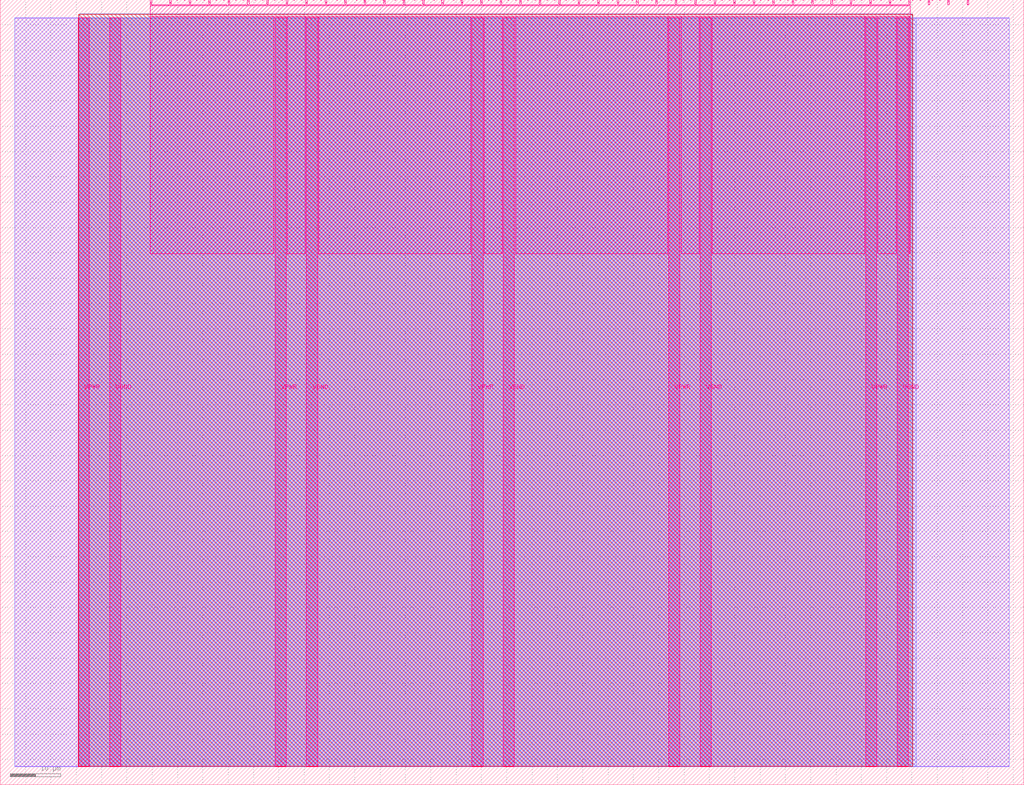
<source format=lef>
VERSION 5.7 ;
  NOWIREEXTENSIONATPIN ON ;
  DIVIDERCHAR "/" ;
  BUSBITCHARS "[]" ;
MACRO tt_um_a3_array_multiplier
  CLASS BLOCK ;
  FOREIGN tt_um_a3_array_multiplier ;
  ORIGIN 0.000 0.000 ;
  SIZE 202.080 BY 154.980 ;
  PIN VGND
    DIRECTION INOUT ;
    USE GROUND ;
    PORT
      LAYER Metal5 ;
        RECT 21.580 3.560 23.780 151.420 ;
    END
    PORT
      LAYER Metal5 ;
        RECT 60.450 3.560 62.650 151.420 ;
    END
    PORT
      LAYER Metal5 ;
        RECT 99.320 3.560 101.520 151.420 ;
    END
    PORT
      LAYER Metal5 ;
        RECT 138.190 3.560 140.390 151.420 ;
    END
    PORT
      LAYER Metal5 ;
        RECT 177.060 3.560 179.260 151.420 ;
    END
  END VGND
  PIN VPWR
    DIRECTION INOUT ;
    USE POWER ;
    PORT
      LAYER Metal5 ;
        RECT 15.380 3.560 17.580 151.420 ;
    END
    PORT
      LAYER Metal5 ;
        RECT 54.250 3.560 56.450 151.420 ;
    END
    PORT
      LAYER Metal5 ;
        RECT 93.120 3.560 95.320 151.420 ;
    END
    PORT
      LAYER Metal5 ;
        RECT 131.990 3.560 134.190 151.420 ;
    END
    PORT
      LAYER Metal5 ;
        RECT 170.860 3.560 173.060 151.420 ;
    END
  END VPWR
  PIN clk
    DIRECTION INPUT ;
    USE SIGNAL ;
    PORT
      LAYER Metal5 ;
        RECT 187.050 153.980 187.350 154.980 ;
    END
  END clk
  PIN ena
    DIRECTION INPUT ;
    USE SIGNAL ;
    PORT
      LAYER Metal5 ;
        RECT 190.890 153.980 191.190 154.980 ;
    END
  END ena
  PIN rst_n
    DIRECTION INPUT ;
    USE SIGNAL ;
    PORT
      LAYER Metal5 ;
        RECT 183.210 153.980 183.510 154.980 ;
    END
  END rst_n
  PIN ui_in[0]
    DIRECTION INPUT ;
    USE SIGNAL ;
    ANTENNAGATEAREA 0.213200 ;
    PORT
      LAYER Metal5 ;
        RECT 179.370 153.980 179.670 154.980 ;
    END
  END ui_in[0]
  PIN ui_in[1]
    DIRECTION INPUT ;
    USE SIGNAL ;
    ANTENNAGATEAREA 0.213200 ;
    PORT
      LAYER Metal5 ;
        RECT 175.530 153.980 175.830 154.980 ;
    END
  END ui_in[1]
  PIN ui_in[2]
    DIRECTION INPUT ;
    USE SIGNAL ;
    ANTENNAGATEAREA 0.213200 ;
    PORT
      LAYER Metal5 ;
        RECT 171.690 153.980 171.990 154.980 ;
    END
  END ui_in[2]
  PIN ui_in[3]
    DIRECTION INPUT ;
    USE SIGNAL ;
    ANTENNAGATEAREA 0.213200 ;
    PORT
      LAYER Metal5 ;
        RECT 167.850 153.980 168.150 154.980 ;
    END
  END ui_in[3]
  PIN ui_in[4]
    DIRECTION INPUT ;
    USE SIGNAL ;
    ANTENNAGATEAREA 0.213200 ;
    PORT
      LAYER Metal5 ;
        RECT 164.010 153.980 164.310 154.980 ;
    END
  END ui_in[4]
  PIN ui_in[5]
    DIRECTION INPUT ;
    USE SIGNAL ;
    ANTENNAGATEAREA 0.213200 ;
    PORT
      LAYER Metal5 ;
        RECT 160.170 153.980 160.470 154.980 ;
    END
  END ui_in[5]
  PIN ui_in[6]
    DIRECTION INPUT ;
    USE SIGNAL ;
    ANTENNAGATEAREA 0.213200 ;
    PORT
      LAYER Metal5 ;
        RECT 156.330 153.980 156.630 154.980 ;
    END
  END ui_in[6]
  PIN ui_in[7]
    DIRECTION INPUT ;
    USE SIGNAL ;
    ANTENNAGATEAREA 0.213200 ;
    PORT
      LAYER Metal5 ;
        RECT 152.490 153.980 152.790 154.980 ;
    END
  END ui_in[7]
  PIN uio_in[0]
    DIRECTION INPUT ;
    USE SIGNAL ;
    PORT
      LAYER Metal5 ;
        RECT 148.650 153.980 148.950 154.980 ;
    END
  END uio_in[0]
  PIN uio_in[1]
    DIRECTION INPUT ;
    USE SIGNAL ;
    PORT
      LAYER Metal5 ;
        RECT 144.810 153.980 145.110 154.980 ;
    END
  END uio_in[1]
  PIN uio_in[2]
    DIRECTION INPUT ;
    USE SIGNAL ;
    PORT
      LAYER Metal5 ;
        RECT 140.970 153.980 141.270 154.980 ;
    END
  END uio_in[2]
  PIN uio_in[3]
    DIRECTION INPUT ;
    USE SIGNAL ;
    PORT
      LAYER Metal5 ;
        RECT 137.130 153.980 137.430 154.980 ;
    END
  END uio_in[3]
  PIN uio_in[4]
    DIRECTION INPUT ;
    USE SIGNAL ;
    PORT
      LAYER Metal5 ;
        RECT 133.290 153.980 133.590 154.980 ;
    END
  END uio_in[4]
  PIN uio_in[5]
    DIRECTION INPUT ;
    USE SIGNAL ;
    PORT
      LAYER Metal5 ;
        RECT 129.450 153.980 129.750 154.980 ;
    END
  END uio_in[5]
  PIN uio_in[6]
    DIRECTION INPUT ;
    USE SIGNAL ;
    PORT
      LAYER Metal5 ;
        RECT 125.610 153.980 125.910 154.980 ;
    END
  END uio_in[6]
  PIN uio_in[7]
    DIRECTION INPUT ;
    USE SIGNAL ;
    PORT
      LAYER Metal5 ;
        RECT 121.770 153.980 122.070 154.980 ;
    END
  END uio_in[7]
  PIN uio_oe[0]
    DIRECTION OUTPUT ;
    USE SIGNAL ;
    ANTENNADIFFAREA 0.299200 ;
    PORT
      LAYER Metal5 ;
        RECT 56.490 153.980 56.790 154.980 ;
    END
  END uio_oe[0]
  PIN uio_oe[1]
    DIRECTION OUTPUT ;
    USE SIGNAL ;
    ANTENNADIFFAREA 0.299200 ;
    PORT
      LAYER Metal5 ;
        RECT 52.650 153.980 52.950 154.980 ;
    END
  END uio_oe[1]
  PIN uio_oe[2]
    DIRECTION OUTPUT ;
    USE SIGNAL ;
    ANTENNADIFFAREA 0.299200 ;
    PORT
      LAYER Metal5 ;
        RECT 48.810 153.980 49.110 154.980 ;
    END
  END uio_oe[2]
  PIN uio_oe[3]
    DIRECTION OUTPUT ;
    USE SIGNAL ;
    ANTENNADIFFAREA 0.299200 ;
    PORT
      LAYER Metal5 ;
        RECT 44.970 153.980 45.270 154.980 ;
    END
  END uio_oe[3]
  PIN uio_oe[4]
    DIRECTION OUTPUT ;
    USE SIGNAL ;
    ANTENNADIFFAREA 0.299200 ;
    PORT
      LAYER Metal5 ;
        RECT 41.130 153.980 41.430 154.980 ;
    END
  END uio_oe[4]
  PIN uio_oe[5]
    DIRECTION OUTPUT ;
    USE SIGNAL ;
    ANTENNADIFFAREA 0.299200 ;
    PORT
      LAYER Metal5 ;
        RECT 37.290 153.980 37.590 154.980 ;
    END
  END uio_oe[5]
  PIN uio_oe[6]
    DIRECTION OUTPUT ;
    USE SIGNAL ;
    ANTENNADIFFAREA 0.299200 ;
    PORT
      LAYER Metal5 ;
        RECT 33.450 153.980 33.750 154.980 ;
    END
  END uio_oe[6]
  PIN uio_oe[7]
    DIRECTION OUTPUT ;
    USE SIGNAL ;
    ANTENNADIFFAREA 0.299200 ;
    PORT
      LAYER Metal5 ;
        RECT 29.610 153.980 29.910 154.980 ;
    END
  END uio_oe[7]
  PIN uio_out[0]
    DIRECTION OUTPUT ;
    USE SIGNAL ;
    ANTENNADIFFAREA 0.299200 ;
    PORT
      LAYER Metal5 ;
        RECT 87.210 153.980 87.510 154.980 ;
    END
  END uio_out[0]
  PIN uio_out[1]
    DIRECTION OUTPUT ;
    USE SIGNAL ;
    ANTENNADIFFAREA 0.299200 ;
    PORT
      LAYER Metal5 ;
        RECT 83.370 153.980 83.670 154.980 ;
    END
  END uio_out[1]
  PIN uio_out[2]
    DIRECTION OUTPUT ;
    USE SIGNAL ;
    ANTENNADIFFAREA 0.299200 ;
    PORT
      LAYER Metal5 ;
        RECT 79.530 153.980 79.830 154.980 ;
    END
  END uio_out[2]
  PIN uio_out[3]
    DIRECTION OUTPUT ;
    USE SIGNAL ;
    ANTENNADIFFAREA 0.299200 ;
    PORT
      LAYER Metal5 ;
        RECT 75.690 153.980 75.990 154.980 ;
    END
  END uio_out[3]
  PIN uio_out[4]
    DIRECTION OUTPUT ;
    USE SIGNAL ;
    ANTENNADIFFAREA 0.299200 ;
    PORT
      LAYER Metal5 ;
        RECT 71.850 153.980 72.150 154.980 ;
    END
  END uio_out[4]
  PIN uio_out[5]
    DIRECTION OUTPUT ;
    USE SIGNAL ;
    ANTENNADIFFAREA 0.299200 ;
    PORT
      LAYER Metal5 ;
        RECT 68.010 153.980 68.310 154.980 ;
    END
  END uio_out[5]
  PIN uio_out[6]
    DIRECTION OUTPUT ;
    USE SIGNAL ;
    ANTENNADIFFAREA 0.299200 ;
    PORT
      LAYER Metal5 ;
        RECT 64.170 153.980 64.470 154.980 ;
    END
  END uio_out[6]
  PIN uio_out[7]
    DIRECTION OUTPUT ;
    USE SIGNAL ;
    ANTENNADIFFAREA 0.299200 ;
    PORT
      LAYER Metal5 ;
        RECT 60.330 153.980 60.630 154.980 ;
    END
  END uio_out[7]
  PIN uo_out[0]
    DIRECTION OUTPUT ;
    USE SIGNAL ;
    ANTENNADIFFAREA 0.632400 ;
    PORT
      LAYER Metal5 ;
        RECT 117.930 153.980 118.230 154.980 ;
    END
  END uo_out[0]
  PIN uo_out[1]
    DIRECTION OUTPUT ;
    USE SIGNAL ;
    ANTENNADIFFAREA 0.654800 ;
    PORT
      LAYER Metal5 ;
        RECT 114.090 153.980 114.390 154.980 ;
    END
  END uo_out[1]
  PIN uo_out[2]
    DIRECTION OUTPUT ;
    USE SIGNAL ;
    ANTENNADIFFAREA 0.654800 ;
    PORT
      LAYER Metal5 ;
        RECT 110.250 153.980 110.550 154.980 ;
    END
  END uo_out[2]
  PIN uo_out[3]
    DIRECTION OUTPUT ;
    USE SIGNAL ;
    ANTENNADIFFAREA 0.654800 ;
    PORT
      LAYER Metal5 ;
        RECT 106.410 153.980 106.710 154.980 ;
    END
  END uo_out[3]
  PIN uo_out[4]
    DIRECTION OUTPUT ;
    USE SIGNAL ;
    ANTENNADIFFAREA 0.654800 ;
    PORT
      LAYER Metal5 ;
        RECT 102.570 153.980 102.870 154.980 ;
    END
  END uo_out[4]
  PIN uo_out[5]
    DIRECTION OUTPUT ;
    USE SIGNAL ;
    ANTENNADIFFAREA 0.654800 ;
    PORT
      LAYER Metal5 ;
        RECT 98.730 153.980 99.030 154.980 ;
    END
  END uo_out[5]
  PIN uo_out[6]
    DIRECTION OUTPUT ;
    USE SIGNAL ;
    ANTENNADIFFAREA 0.654800 ;
    PORT
      LAYER Metal5 ;
        RECT 94.890 153.980 95.190 154.980 ;
    END
  END uo_out[6]
  PIN uo_out[7]
    DIRECTION OUTPUT ;
    USE SIGNAL ;
    ANTENNADIFFAREA 0.654800 ;
    PORT
      LAYER Metal5 ;
        RECT 91.050 153.980 91.350 154.980 ;
    END
  END uo_out[7]
  OBS
      LAYER GatPoly ;
        RECT 2.880 3.630 199.200 151.350 ;
      LAYER Metal1 ;
        RECT 2.880 3.560 199.200 151.420 ;
      LAYER Metal2 ;
        RECT 15.515 3.680 180.865 151.300 ;
      LAYER Metal3 ;
        RECT 15.560 3.635 180.100 152.185 ;
      LAYER Metal4 ;
        RECT 15.515 3.680 180.145 152.140 ;
      LAYER Metal5 ;
        RECT 30.120 153.770 33.240 153.980 ;
        RECT 33.960 153.770 37.080 153.980 ;
        RECT 37.800 153.770 40.920 153.980 ;
        RECT 41.640 153.770 44.760 153.980 ;
        RECT 45.480 153.770 48.600 153.980 ;
        RECT 49.320 153.770 52.440 153.980 ;
        RECT 53.160 153.770 56.280 153.980 ;
        RECT 57.000 153.770 60.120 153.980 ;
        RECT 60.840 153.770 63.960 153.980 ;
        RECT 64.680 153.770 67.800 153.980 ;
        RECT 68.520 153.770 71.640 153.980 ;
        RECT 72.360 153.770 75.480 153.980 ;
        RECT 76.200 153.770 79.320 153.980 ;
        RECT 80.040 153.770 83.160 153.980 ;
        RECT 83.880 153.770 87.000 153.980 ;
        RECT 87.720 153.770 90.840 153.980 ;
        RECT 91.560 153.770 94.680 153.980 ;
        RECT 95.400 153.770 98.520 153.980 ;
        RECT 99.240 153.770 102.360 153.980 ;
        RECT 103.080 153.770 106.200 153.980 ;
        RECT 106.920 153.770 110.040 153.980 ;
        RECT 110.760 153.770 113.880 153.980 ;
        RECT 114.600 153.770 117.720 153.980 ;
        RECT 118.440 153.770 121.560 153.980 ;
        RECT 122.280 153.770 125.400 153.980 ;
        RECT 126.120 153.770 129.240 153.980 ;
        RECT 129.960 153.770 133.080 153.980 ;
        RECT 133.800 153.770 136.920 153.980 ;
        RECT 137.640 153.770 140.760 153.980 ;
        RECT 141.480 153.770 144.600 153.980 ;
        RECT 145.320 153.770 148.440 153.980 ;
        RECT 149.160 153.770 152.280 153.980 ;
        RECT 153.000 153.770 156.120 153.980 ;
        RECT 156.840 153.770 159.960 153.980 ;
        RECT 160.680 153.770 163.800 153.980 ;
        RECT 164.520 153.770 167.640 153.980 ;
        RECT 168.360 153.770 171.480 153.980 ;
        RECT 172.200 153.770 175.320 153.980 ;
        RECT 176.040 153.770 179.160 153.980 ;
        RECT 29.660 151.630 179.620 153.770 ;
        RECT 29.660 104.855 54.040 151.630 ;
        RECT 56.660 104.855 60.240 151.630 ;
        RECT 62.860 104.855 92.910 151.630 ;
        RECT 95.530 104.855 99.110 151.630 ;
        RECT 101.730 104.855 131.780 151.630 ;
        RECT 134.400 104.855 137.980 151.630 ;
        RECT 140.600 104.855 170.650 151.630 ;
        RECT 173.270 104.855 176.850 151.630 ;
        RECT 179.470 104.855 179.620 151.630 ;
  END
END tt_um_a3_array_multiplier
END LIBRARY


</source>
